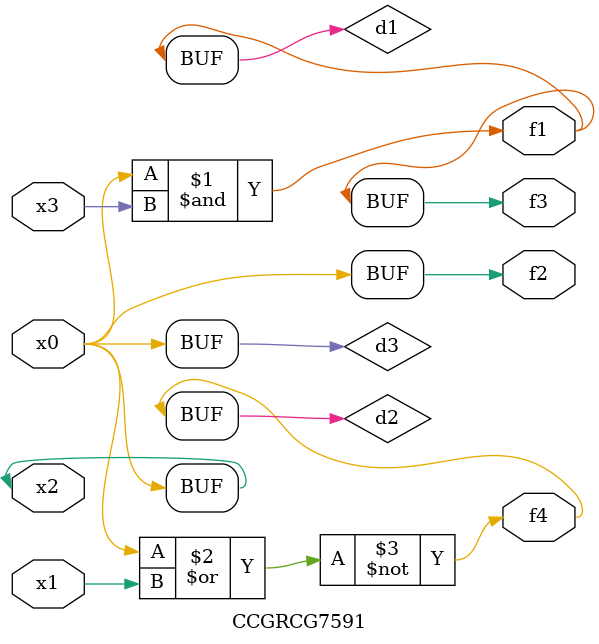
<source format=v>
module CCGRCG7591(
	input x0, x1, x2, x3,
	output f1, f2, f3, f4
);

	wire d1, d2, d3;

	and (d1, x2, x3);
	nor (d2, x0, x1);
	buf (d3, x0, x2);
	assign f1 = d1;
	assign f2 = d3;
	assign f3 = d1;
	assign f4 = d2;
endmodule

</source>
